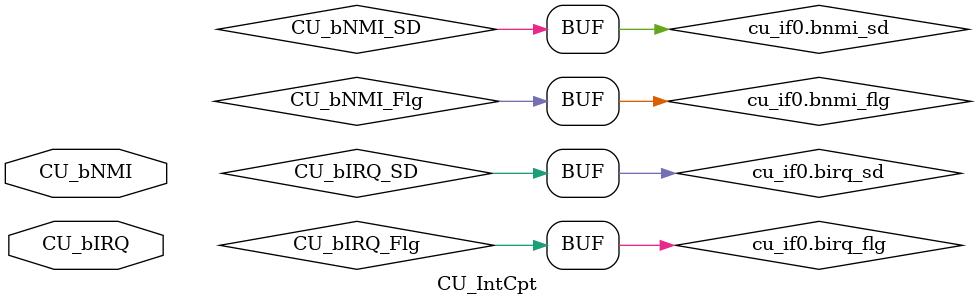
<source format=sv>

module CU_IntCpt(
  cu_if.intcpt cu_if0,       // Interface with the rest of the CU
  input CU_bNMI, CU_bIRQ    // NMI and IRQ Interrupt Requests
  );

`include "../CPU_source/Parameters.v"

  // Flags generated after an interrupt request
  logic CU_bNMI_Flg;
  logic CU_bIRQ_Flg;
  
  // Control Signals to clear flags after interrupt sequence
  logic CU_bNMI_SD;
  logic CU_bIRQ_SD;

  always_comb
    begin
      cu_if0.bnmi_flg = CU_bNMI_Flg;
      cu_if0.birq_flg = CU_bIRQ_Flg;

      CU_bNMI_SD = cu_if0.bnmi_sd;
      CU_bIRQ_SD = cu_if0.birq_sd;      
    end

  
always @ (negedge CU_bNMI or negedge CU_bNMI_SD)
  begin
    if (~CU_bNMI_SD)//CU_bNMI_SD)
      CU_bNMI_Flg <= bOff;//bOn;
    else
      CU_bNMI_Flg <= bOn;//bOff;
  end
  
always @ (negedge CU_bIRQ or negedge CU_bIRQ_SD)
  begin
    if (~CU_bIRQ_SD)
      CU_bIRQ_Flg <= bOff;
    else
      CU_bIRQ_Flg <= bOn;
  end

endmodule:CU_IntCpt
</source>
